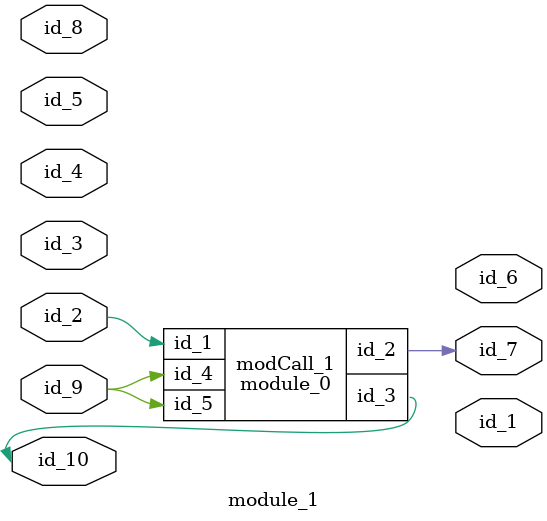
<source format=v>
module module_0 (
    id_1,
    id_2,
    id_3,
    id_4,
    id_5
);
  input wire id_5;
  input wire id_4;
  output wire id_3;
  output wire id_2;
  input wire id_1;
endmodule
module module_1 (
    id_1,
    id_2,
    id_3,
    id_4,
    id_5,
    id_6,
    id_7,
    id_8,
    id_9,
    id_10
);
  inout wire id_10;
  input wire id_9;
  input wire id_8;
  output wire id_7;
  output wire id_6;
  inout wire id_5;
  input wire id_4;
  input wire id_3;
  inout wire id_2;
  output wire id_1;
  wire id_11;
  module_0 modCall_1 (
      id_2,
      id_7,
      id_10,
      id_9,
      id_9
  );
endmodule

</source>
